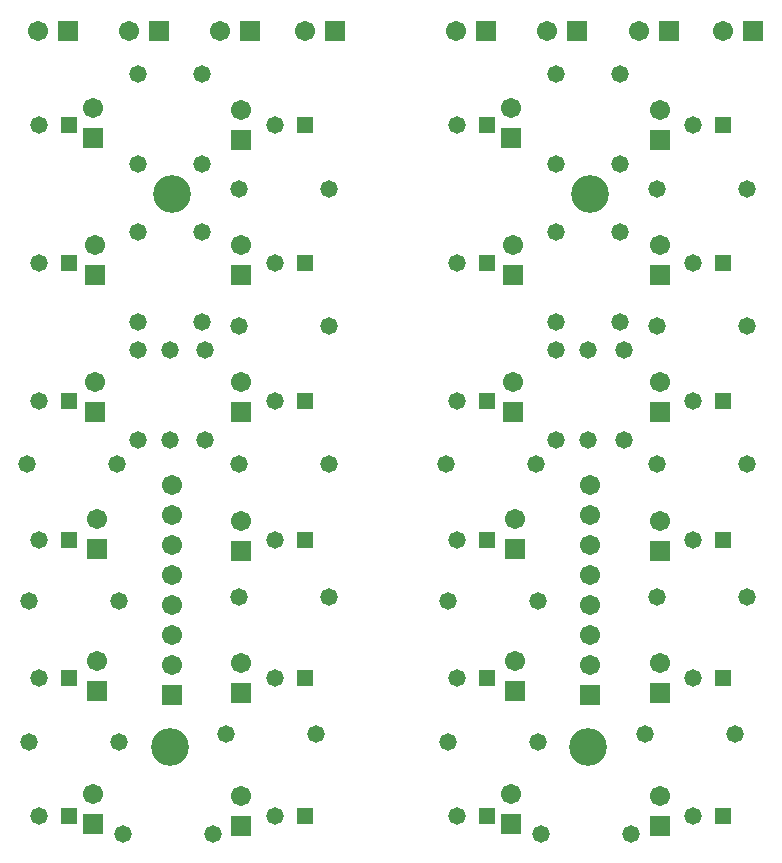
<source format=gbr>
G04 DipTrace 2.4.0.2*
%INBottomMask.gbr*%
%MOIN*%
%ADD22C,0.126*%
%ADD29C,0.058*%
%ADD31C,0.0671*%
%ADD33R,0.0671X0.0671*%
%ADD35R,0.058X0.058*%
%ADD37C,0.058*%
%FSLAX44Y44*%
G04*
G70*
G90*
G75*
G01*
%LNBotMask*%
%LPD*%
D37*
X5440Y28443D3*
D35*
X6440D3*
D37*
X13315D3*
D35*
X14315D3*
D37*
X5440Y23836D3*
D35*
X6440D3*
D37*
X13315D3*
D35*
X14315D3*
D37*
X5440Y19230D3*
D35*
X6440D3*
D37*
X13315D3*
D35*
X14315D3*
D37*
X5440Y14624D3*
D35*
X6440D3*
D37*
X13315D3*
D35*
X14315D3*
D37*
X5440Y10018D3*
D35*
X6440D3*
D37*
X13315D3*
D35*
X14315D3*
D37*
X5440Y5411D3*
D35*
X6440D3*
D37*
X13315D3*
D35*
X14315D3*
D22*
X9816Y7714D3*
X9878Y26140D3*
D33*
X7253Y28005D3*
D31*
Y29005D3*
D33*
X12203Y27943D3*
D31*
Y28943D3*
D33*
X7315Y23443D3*
D31*
Y24443D3*
D33*
X12203Y23443D3*
D31*
Y24443D3*
D33*
X7315Y18880D3*
D31*
Y19880D3*
D33*
X12203Y18880D3*
D31*
Y19880D3*
D33*
X7378Y14318D3*
D31*
Y15318D3*
D33*
X12203Y14255D3*
D31*
Y15255D3*
D33*
X7378Y9568D3*
D31*
Y10568D3*
D33*
X12203Y9505D3*
D31*
Y10505D3*
D33*
X7246Y5130D3*
D31*
Y6130D3*
D33*
X12203Y5068D3*
D31*
Y6068D3*
D33*
X15316Y31592D3*
D31*
X14316D3*
D33*
X12504D3*
D31*
X11504D3*
D33*
X9441D3*
D31*
X8441D3*
D33*
X6417D3*
D31*
X5417D3*
D37*
X8753Y30130D3*
D29*
Y27130D3*
D37*
X10878Y30130D3*
D29*
Y27130D3*
D37*
X8753Y24880D3*
D29*
Y21880D3*
D37*
X10878Y24880D3*
D29*
Y21880D3*
D37*
X8753Y20943D3*
D29*
Y17943D3*
D37*
X11003Y20943D3*
D29*
Y17943D3*
D37*
X8065Y17130D3*
D29*
X5065D3*
D37*
X9815Y20943D3*
D29*
Y17943D3*
D37*
X8128Y12568D3*
D29*
X5128D3*
D37*
X14690Y8130D3*
D29*
X11690D3*
D37*
X5128Y7880D3*
D29*
X8128D3*
D37*
X8253Y4818D3*
D29*
X11253D3*
D37*
X15119Y12693D3*
D29*
X12119D3*
D37*
X15119Y17130D3*
D29*
X12119D3*
D37*
X15119Y21755D3*
D29*
X12119D3*
D37*
X15119Y26318D3*
D29*
X12119D3*
D33*
X9878Y9443D3*
D31*
Y10443D3*
Y11443D3*
Y12443D3*
Y13443D3*
Y14443D3*
Y15443D3*
Y16443D3*
D37*
X19391Y28443D3*
D35*
X20391D3*
D37*
X27266D3*
D35*
X28266D3*
D37*
X19391Y23836D3*
D35*
X20391D3*
D37*
X27266D3*
D35*
X28266D3*
D37*
X19391Y19230D3*
D35*
X20391D3*
D37*
X27266D3*
D35*
X28266D3*
D37*
X19391Y14624D3*
D35*
X20391D3*
D37*
X27266D3*
D35*
X28266D3*
D37*
X19391Y10018D3*
D35*
X20391D3*
D37*
X27266D3*
D35*
X28266D3*
D37*
X19391Y5411D3*
D35*
X20391D3*
D37*
X27266D3*
D35*
X28266D3*
D22*
X23767Y7714D3*
X23829Y26140D3*
D33*
X21204Y28005D3*
D31*
Y29005D3*
D33*
X26154Y27943D3*
D31*
Y28943D3*
D33*
X21266Y23443D3*
D31*
Y24443D3*
D33*
X26154Y23443D3*
D31*
Y24443D3*
D33*
X21266Y18880D3*
D31*
Y19880D3*
D33*
X26154Y18880D3*
D31*
Y19880D3*
D33*
X21329Y14318D3*
D31*
Y15318D3*
D33*
X26154Y14255D3*
D31*
Y15255D3*
D33*
X21329Y9568D3*
D31*
Y10568D3*
D33*
X26154Y9505D3*
D31*
Y10505D3*
D33*
X21198Y5130D3*
D31*
Y6130D3*
D33*
X26154Y5068D3*
D31*
Y6068D3*
D33*
X29267Y31592D3*
D31*
X28267D3*
D33*
X26455D3*
D31*
X25455D3*
D33*
X23392D3*
D31*
X22392D3*
D33*
X20368D3*
D31*
X19368D3*
D37*
X22704Y30130D3*
D29*
Y27130D3*
D37*
X24829Y30130D3*
D29*
Y27130D3*
D37*
X22704Y24880D3*
D29*
Y21880D3*
D37*
X24829Y24880D3*
D29*
Y21880D3*
D37*
X22704Y20943D3*
D29*
Y17943D3*
D37*
X24954Y20943D3*
D29*
Y17943D3*
D37*
X22016Y17130D3*
D29*
X19016D3*
D37*
X23766Y20943D3*
D29*
Y17943D3*
D37*
X22079Y12568D3*
D29*
X19079D3*
D37*
X28641Y8130D3*
D29*
X25641D3*
D37*
X19079Y7880D3*
D29*
X22079D3*
D37*
X22204Y4818D3*
D29*
X25204D3*
D37*
X29070Y12693D3*
D29*
X26070D3*
D37*
X29070Y17130D3*
D29*
X26070D3*
D37*
X29070Y21755D3*
D29*
X26070D3*
D37*
X29070Y26318D3*
D29*
X26070D3*
D33*
X23829Y9443D3*
D31*
Y10443D3*
Y11443D3*
Y12443D3*
Y13443D3*
Y14443D3*
Y15443D3*
Y16443D3*
M02*

</source>
